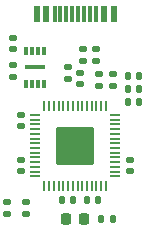
<source format=gbr>
%TF.GenerationSoftware,KiCad,Pcbnew,(6.0.1-0)*%
%TF.CreationDate,2023-04-29T18:47:22+02:00*%
%TF.ProjectId,picoprobe,7069636f-7072-46f6-9265-2e6b69636164,rev?*%
%TF.SameCoordinates,Original*%
%TF.FileFunction,Paste,Top*%
%TF.FilePolarity,Positive*%
%FSLAX46Y46*%
G04 Gerber Fmt 4.6, Leading zero omitted, Abs format (unit mm)*
G04 Created by KiCad (PCBNEW (6.0.1-0)) date 2023-04-29 18:47:22*
%MOMM*%
%LPD*%
G01*
G04 APERTURE LIST*
G04 Aperture macros list*
%AMRoundRect*
0 Rectangle with rounded corners*
0 $1 Rounding radius*
0 $2 $3 $4 $5 $6 $7 $8 $9 X,Y pos of 4 corners*
0 Add a 4 corners polygon primitive as box body*
4,1,4,$2,$3,$4,$5,$6,$7,$8,$9,$2,$3,0*
0 Add four circle primitives for the rounded corners*
1,1,$1+$1,$2,$3*
1,1,$1+$1,$4,$5*
1,1,$1+$1,$6,$7*
1,1,$1+$1,$8,$9*
0 Add four rect primitives between the rounded corners*
20,1,$1+$1,$2,$3,$4,$5,0*
20,1,$1+$1,$4,$5,$6,$7,0*
20,1,$1+$1,$6,$7,$8,$9,0*
20,1,$1+$1,$8,$9,$2,$3,0*%
G04 Aperture macros list end*
%ADD10RoundRect,0.135000X0.185000X-0.135000X0.185000X0.135000X-0.185000X0.135000X-0.185000X-0.135000X0*%
%ADD11RoundRect,0.140000X-0.140000X-0.170000X0.140000X-0.170000X0.140000X0.170000X-0.140000X0.170000X0*%
%ADD12RoundRect,0.140000X0.170000X-0.140000X0.170000X0.140000X-0.170000X0.140000X-0.170000X-0.140000X0*%
%ADD13RoundRect,0.135000X-0.135000X-0.185000X0.135000X-0.185000X0.135000X0.185000X-0.135000X0.185000X0*%
%ADD14RoundRect,0.020000X-0.367500X-0.080000X0.367500X-0.080000X0.367500X0.080000X-0.367500X0.080000X0*%
%ADD15RoundRect,0.020000X0.080000X-0.367500X0.080000X0.367500X-0.080000X0.367500X-0.080000X-0.367500X0*%
%ADD16RoundRect,0.096000X-1.504000X-1.504000X1.504000X-1.504000X1.504000X1.504000X-1.504000X1.504000X0*%
%ADD17RoundRect,0.218750X-0.218750X-0.256250X0.218750X-0.256250X0.218750X0.256250X-0.218750X0.256250X0*%
%ADD18RoundRect,0.140000X0.140000X0.170000X-0.140000X0.170000X-0.140000X-0.170000X0.140000X-0.170000X0*%
%ADD19R,0.600000X1.450000*%
%ADD20R,0.300000X1.450000*%
%ADD21RoundRect,0.075000X0.075000X-0.300000X0.075000X0.300000X-0.075000X0.300000X-0.075000X-0.300000X0*%
%ADD22R,1.700000X0.300000*%
%ADD23RoundRect,0.140000X-0.170000X0.140000X-0.170000X-0.140000X0.170000X-0.140000X0.170000X0.140000X0*%
G04 APERTURE END LIST*
D10*
%TO.C,R4*%
X160825000Y-94670000D03*
X160825000Y-93650000D03*
%TD*%
D11*
%TO.C,C5*%
X164620000Y-98150000D03*
X165580000Y-98150000D03*
%TD*%
%TO.C,C11*%
X164620000Y-95950000D03*
X165580000Y-95950000D03*
%TD*%
D12*
%TO.C,C3*%
X163350000Y-96780000D03*
X163350000Y-95820000D03*
%TD*%
D10*
%TO.C,R5*%
X161875000Y-94660000D03*
X161875000Y-93640000D03*
%TD*%
D12*
%TO.C,C14*%
X159525000Y-96180000D03*
X159525000Y-95220000D03*
%TD*%
D10*
%TO.C,R6*%
X154850000Y-96010000D03*
X154850000Y-94990000D03*
%TD*%
D13*
%TO.C,R9*%
X162340000Y-108050000D03*
X163360000Y-108050000D03*
%TD*%
D14*
%TO.C,U2*%
X156762500Y-99250000D03*
X156762500Y-99650000D03*
X156762500Y-100050000D03*
X156762500Y-100450000D03*
X156762500Y-100850000D03*
X156762500Y-101250000D03*
X156762500Y-101650000D03*
X156762500Y-102050000D03*
X156762500Y-102450000D03*
X156762500Y-102850000D03*
X156762500Y-103250000D03*
X156762500Y-103650000D03*
X156762500Y-104050000D03*
X156762500Y-104450000D03*
D15*
X157550000Y-105237500D03*
X157950000Y-105237500D03*
X158350000Y-105237500D03*
X158750000Y-105237500D03*
X159150000Y-105237500D03*
X159550000Y-105237500D03*
X159950000Y-105237500D03*
X160350000Y-105237500D03*
X160750000Y-105237500D03*
X161150000Y-105237500D03*
X161550000Y-105237500D03*
X161950000Y-105237500D03*
X162350000Y-105237500D03*
X162750000Y-105237500D03*
D14*
X163537500Y-104450000D03*
X163537500Y-104050000D03*
X163537500Y-103650000D03*
X163537500Y-103250000D03*
X163537500Y-102850000D03*
X163537500Y-102450000D03*
X163537500Y-102050000D03*
X163537500Y-101650000D03*
X163537500Y-101250000D03*
X163537500Y-100850000D03*
X163537500Y-100450000D03*
X163537500Y-100050000D03*
X163537500Y-99650000D03*
X163537500Y-99250000D03*
D15*
X162750000Y-98462500D03*
X162350000Y-98462500D03*
X161950000Y-98462500D03*
X161550000Y-98462500D03*
X161150000Y-98462500D03*
X160750000Y-98462500D03*
X160350000Y-98462500D03*
X159950000Y-98462500D03*
X159550000Y-98462500D03*
X159150000Y-98462500D03*
X158750000Y-98462500D03*
X158350000Y-98462500D03*
X157950000Y-98462500D03*
X157550000Y-98462500D03*
D16*
X160150000Y-101850000D03*
%TD*%
D17*
%TO.C,LED1*%
X159347500Y-108052500D03*
X160922500Y-108052500D03*
%TD*%
D12*
%TO.C,C17*%
X154850000Y-93680000D03*
X154850000Y-92720000D03*
%TD*%
D18*
%TO.C,C8*%
X159980000Y-106450000D03*
X159020000Y-106450000D03*
%TD*%
D19*
%TO.C,J1*%
X163400000Y-90695000D03*
X162600000Y-90695000D03*
D20*
X161400000Y-90695000D03*
X160400000Y-90695000D03*
X159900000Y-90695000D03*
X158900000Y-90695000D03*
D19*
X157700000Y-90695000D03*
X156900000Y-90695000D03*
X156900000Y-90695000D03*
X157700000Y-90695000D03*
D20*
X158400000Y-90695000D03*
X159400000Y-90695000D03*
X160900000Y-90695000D03*
X161900000Y-90695000D03*
D19*
X162600000Y-90695000D03*
X163400000Y-90695000D03*
%TD*%
D10*
%TO.C,R13*%
X156000000Y-107660000D03*
X156000000Y-106640000D03*
%TD*%
D21*
%TO.C,U3*%
X156000000Y-96599500D03*
X156500000Y-96599500D03*
X157000000Y-96599500D03*
X157500000Y-96599500D03*
X157500000Y-93800500D03*
X157000000Y-93800500D03*
X156500000Y-93800500D03*
X156000000Y-93800500D03*
D22*
X156750000Y-95200000D03*
%TD*%
D23*
%TO.C,C9*%
X155550000Y-99220000D03*
X155550000Y-100180000D03*
%TD*%
%TO.C,C6*%
X155550000Y-103030000D03*
X155550000Y-103990000D03*
%TD*%
D11*
%TO.C,C13*%
X161120000Y-106450000D03*
X162080000Y-106450000D03*
%TD*%
D23*
%TO.C,C7*%
X164750000Y-103030000D03*
X164750000Y-103990000D03*
%TD*%
D12*
%TO.C,C12*%
X162200000Y-96780000D03*
X162200000Y-95820000D03*
%TD*%
D10*
%TO.C,R12*%
X154400000Y-107660000D03*
X154400000Y-106640000D03*
%TD*%
D12*
%TO.C,C4*%
X160525000Y-96630000D03*
X160525000Y-95670000D03*
%TD*%
D11*
%TO.C,C10*%
X164620000Y-97050000D03*
X165580000Y-97050000D03*
%TD*%
M02*

</source>
